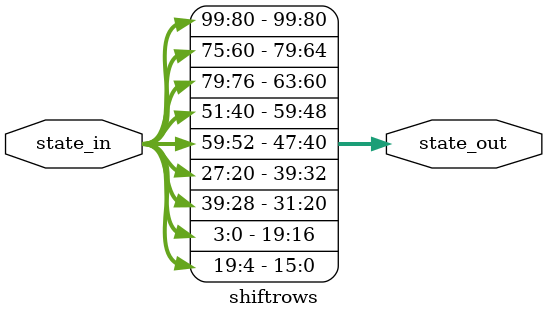
<source format=v>
module shiftrows (
    input wire [99:0] state_in,
    output wire [99:0] state_out
);
    //row o shifted 0
   assign state_out[99:80] = state_in[99:80];
    // row 1 shifted 1
   assign state_out[79:60] = {state_in[75:60], state_in[79:76]};
    // row 2 shifted 2
   assign state_out[59:40] = {state_in[51:40] , state_in[59:52]};
    // row 3 shifted 3
   assign  state_out[39:20] = {state_in[27:20] , state_in[39:28]};
    // row 4 shifted 4
   assign state_out[19:0] = {state_in[3:0] , state_in[19:4]};
    
    //state_out[99:0] = state_shift[99:0];
endmodule

</source>
